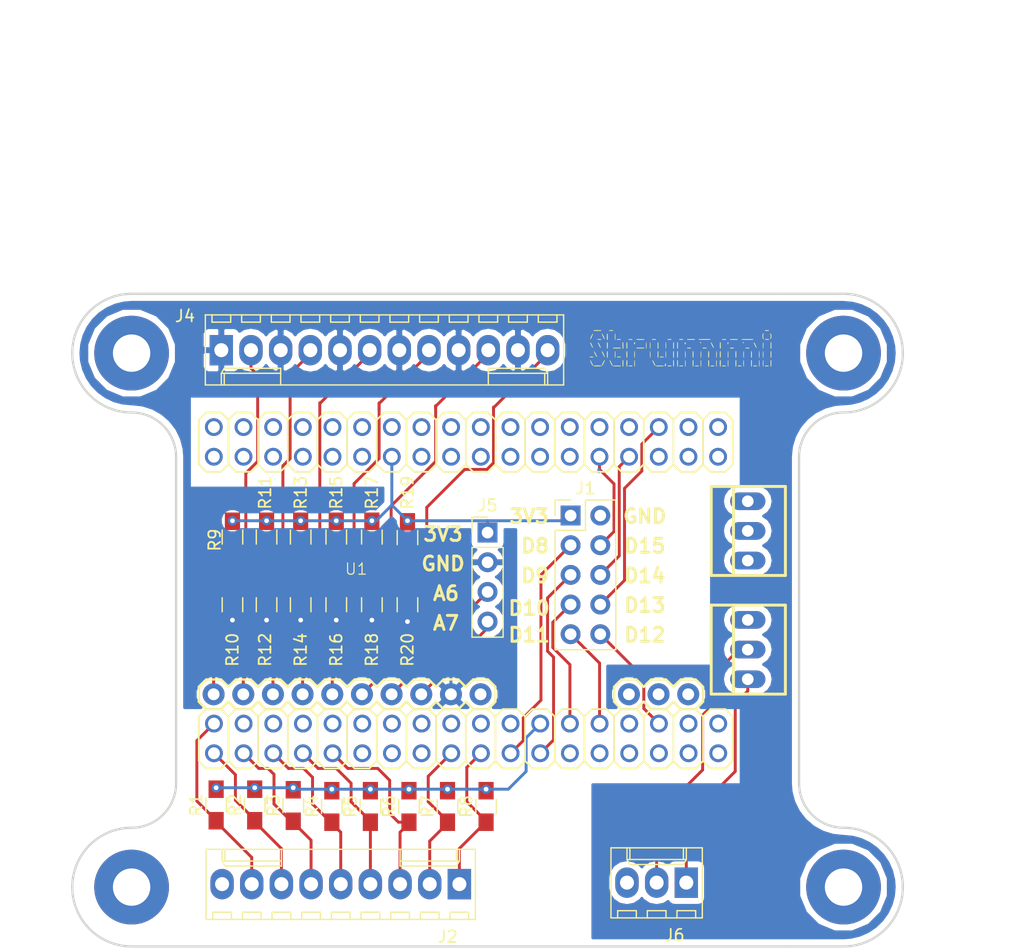
<source format=kicad_pcb>
(kicad_pcb (version 20171130) (host pcbnew "(5.0.0-3-g0214c9d)")
  (layers (0 F.Cu signal) (31 B.Cu signal) (34 B.Paste user) (35 F.Paste user) (36 B.SilkS user) (37 F.SilkS user) (38 B.Mask user) (39 F.Mask user) (44 Edge.Cuts user))
  (net 0 "")
  (net 1 +3V3)
  (net 2 /D15)
  (net 3 /D14)
  (net 4 /D13)
  (net 5 /D12)
  (net 6 /D11)
  (net 7 /D10)
  (net 8 /D9)
  (net 9 /D8)
  (net 10 /Button7)
  (net 11 /Button6)
  (net 12 /Button5)
  (net 13 /Button4)
  (net 14 /Button3)
  (net 15 /Button2)
  (net 16 /Button1)
  (net 17 /Button0)
  (net 18 "Net-(J3-Pad3)")
  (net 19 "Net-(J3-Pad2)")
  (net 20 "Net-(J3-Pad1)")
  (net 21 /Piezo5_B)
  (net 22 GNDA)
  (net 23 /Piezo4_B)
  (net 24 /Piezo3_B)
  (net 25 /Piezo2_B)
  (net 26 /Piezo1_B)
  (net 27 /Piezo0_B)
  (net 28 "Net-(U1-PadAudio_GND)")
  (net 29 /A7)
  (net 30 /A6)
  (net 31 "Net-(J6-Pad2)")
  (net 32 "Net-(J6-Pad1)")
  (module Mounting_Holes:MountingHole_3.2mm_M3_Pad (layer F.Cu) (at 106.68 91.44)
    (fp_text reference REF** hide)
    (fp_text value MountingHole_3.2mm_M3_Pad)
    (pad 1 thru_hole circle (at 0 0) (size 6.4 6.4) (drill 3.2) (layers *.Cu *.Mask))
  )
  (module Mounting_Holes:MountingHole_3.2mm_M3_Pad (layer F.Cu) (at 167.64 91.44)
    (fp_text reference REF** hide)
    (fp_text value MountingHole_3.2mm_M3_Pad)
    (pad 1 thru_hole circle (at 0 0) (size 6.4 6.4) (drill 3.2) (layers *.Cu *.Mask))
  )
  (module Mounting_Holes:MountingHole_3.2mm_M3_Pad (layer F.Cu) (at 167.64 137.16)
    (fp_text reference REF** hide)
    (fp_text value MountingHole_3.2mm_M3_Pad)
    (pad 1 thru_hole circle (at 0 0) (size 6.4 6.4) (drill 3.2) (layers *.Cu *.Mask))
  )
  (module Mounting_Holes:MountingHole_3.2mm_M3_Pad (layer F.Cu) (at 106.68 137.16)
    (fp_text reference REF** hide)
    (fp_text value MountingHole_3.2mm_M3_Pad)
    (pad 1 thru_hole circle (at 0 0) (size 6.4 6.4) (drill 3.2) (layers *.Cu *.Mask))
  )
  (module Connectors_Molex:Molex_KK-6410-09_09x2.54mm_Straight (layer F.Cu) (at 134.747 136.906 180)
    (fp_text reference J2 (at 1 -4.5 180) (layer F.SilkS))
    (fp_text value Conn_01x09_Female)
    (pad 9 thru_hole oval (at 20.32 0 180) (size 2 2.6) (drill 1.2) (layers *.Cu *.Mask) (net 22 GNDA))
    (pad 8 thru_hole oval (at 17.78 0 180) (size 2 2.6) (drill 1.2) (layers *.Cu *.Mask) (net 17 /Button0))
    (pad 7 thru_hole oval (at 15.24 0 180) (size 2 2.6) (drill 1.2) (layers *.Cu *.Mask) (net 16 /Button1))
    (pad 6 thru_hole oval (at 12.7 0 180) (size 2 2.6) (drill 1.2) (layers *.Cu *.Mask) (net 15 /Button2))
    (pad 5 thru_hole oval (at 10.16 0 180) (size 2 2.6) (drill 1.2) (layers *.Cu *.Mask) (net 14 /Button3))
    (pad 4 thru_hole oval (at 7.62 0 180) (size 2 2.6) (drill 1.2) (layers *.Cu *.Mask) (net 13 /Button4))
    (pad 3 thru_hole oval (at 5.08 0 180) (size 2 2.6) (drill 1.2) (layers *.Cu *.Mask) (net 12 /Button5))
    (pad 2 thru_hole oval (at 2.54 0 180) (size 2 2.6) (drill 1.2) (layers *.Cu *.Mask) (net 11 /Button6))
    (pad 1 thru_hole rect (at 0 0 180) (size 2 2.6) (drill 1.2) (layers *.Cu *.Mask) (net 10 /Button7))
  )
  (module Connectors_Molex:Molex_KK-6410-12_12x2.54mm_Straight (layer F.Cu) (at 114.3635 91.186)
    (fp_text reference J4 (at -3.1115 -2.921) (layer F.SilkS))
    (fp_text value Conn_01x12_Female)
    (pad 12 thru_hole oval (at 27.94 0) (size 2 2.6) (drill 1.2) (layers *.Cu *.Mask) (net 21 /Piezo5_B))
    (pad 11 thru_hole oval (at 25.4 0) (size 2 2.6) (drill 1.2) (layers *.Cu *.Mask) (net 22 GNDA))
    (pad 10 thru_hole oval (at 22.86 0) (size 2 2.6) (drill 1.2) (layers *.Cu *.Mask) (net 23 /Piezo4_B))
    (pad 9 thru_hole oval (at 20.32 0) (size 2 2.6) (drill 1.2) (layers *.Cu *.Mask) (net 22 GNDA))
    (pad 8 thru_hole oval (at 17.78 0) (size 2 2.6) (drill 1.2) (layers *.Cu *.Mask) (net 24 /Piezo3_B))
    (pad 7 thru_hole oval (at 15.24 0) (size 2 2.6) (drill 1.2) (layers *.Cu *.Mask) (net 22 GNDA))
    (pad 6 thru_hole oval (at 12.7 0) (size 2 2.6) (drill 1.2) (layers *.Cu *.Mask) (net 25 /Piezo2_B))
    (pad 5 thru_hole oval (at 10.16 0) (size 2 2.6) (drill 1.2) (layers *.Cu *.Mask) (net 22 GNDA))
    (pad 4 thru_hole oval (at 7.62 0) (size 2 2.6) (drill 1.2) (layers *.Cu *.Mask) (net 26 /Piezo1_B))
    (pad 3 thru_hole oval (at 5.08 0) (size 2 2.6) (drill 1.2) (layers *.Cu *.Mask) (net 22 GNDA))
    (pad 2 thru_hole oval (at 2.54 0) (size 2 2.6) (drill 1.2) (layers *.Cu *.Mask) (net 27 /Piezo0_B))
    (pad 1 thru_hole rect (at 0 0) (size 2 2.6) (drill 1.2) (layers *.Cu *.Mask) (net 22 GNDA))
  )
  (module Resistors_SMD:R_0805_HandSoldering (layer F.Cu) (at 113.919 130.128 90)
    (fp_text reference R1 (at 0 -1.7 90) (layer F.SilkS))
    (fp_text value R)
    (pad 2 smd rect (at 1.35 0 90) (size 1.5 1.3) (layers F.Cu F.Paste F.Mask) (net 1 +3V3))
    (pad 1 smd rect (at -1.35 0 90) (size 1.5 1.3) (layers F.Cu F.Paste F.Mask) (net 17 /Button0))
  )
  (module Resistors_SMD:R_0805_HandSoldering (layer F.Cu) (at 117.221 130.128 90)
    (fp_text reference R2 (at 0 -1.7 90) (layer F.SilkS))
    (fp_text value R)
    (pad 1 smd rect (at -1.35 0 90) (size 1.5 1.3) (layers F.Cu F.Paste F.Mask) (net 16 /Button1))
    (pad 2 smd rect (at 1.35 0 90) (size 1.5 1.3) (layers F.Cu F.Paste F.Mask) (net 1 +3V3))
  )
  (module Resistors_SMD:R_0805_HandSoldering (layer F.Cu) (at 120.523 130.175 90)
    (fp_text reference R3 (at 0 -1.7 90) (layer F.SilkS))
    (fp_text value R)
    (pad 2 smd rect (at 1.35 0 90) (size 1.5 1.3) (layers F.Cu F.Paste F.Mask) (net 1 +3V3))
    (pad 1 smd rect (at -1.35 0 90) (size 1.5 1.3) (layers F.Cu F.Paste F.Mask) (net 15 /Button2))
  )
  (module Resistors_SMD:R_0805_HandSoldering (layer F.Cu) (at 123.825 130.255 90)
    (fp_text reference R4 (at 0 -1.7 90) (layer F.SilkS))
    (fp_text value R)
    (pad 1 smd rect (at -1.35 0 90) (size 1.5 1.3) (layers F.Cu F.Paste F.Mask) (net 14 /Button3))
    (pad 2 smd rect (at 1.35 0 90) (size 1.5 1.3) (layers F.Cu F.Paste F.Mask) (net 1 +3V3))
  )
  (module Resistors_SMD:R_0805_HandSoldering (layer F.Cu) (at 127.127 130.255 90)
    (fp_text reference R5 (at 0 -1.7 90) (layer F.SilkS))
    (fp_text value R)
    (pad 2 smd rect (at 1.35 0 90) (size 1.5 1.3) (layers F.Cu F.Paste F.Mask) (net 1 +3V3))
    (pad 1 smd rect (at -1.35 0 90) (size 1.5 1.3) (layers F.Cu F.Paste F.Mask) (net 13 /Button4))
  )
  (module Resistors_SMD:R_0805_HandSoldering (layer F.Cu) (at 130.429 130.255 90)
    (fp_text reference R6 (at 0 -1.7 90) (layer F.SilkS))
    (fp_text value R)
    (pad 1 smd rect (at -1.35 0 90) (size 1.5 1.3) (layers F.Cu F.Paste F.Mask) (net 12 /Button5))
    (pad 2 smd rect (at 1.35 0 90) (size 1.5 1.3) (layers F.Cu F.Paste F.Mask) (net 1 +3V3))
  )
  (module Resistors_SMD:R_0805_HandSoldering (layer F.Cu) (at 133.731 130.255 90)
    (fp_text reference R7 (at 0 -1.7 90) (layer F.SilkS))
    (fp_text value R)
    (pad 2 smd rect (at 1.35 0 90) (size 1.5 1.3) (layers F.Cu F.Paste F.Mask) (net 1 +3V3))
    (pad 1 smd rect (at -1.35 0 90) (size 1.5 1.3) (layers F.Cu F.Paste F.Mask) (net 11 /Button6))
  )
  (module Resistors_SMD:R_0805_HandSoldering (layer F.Cu) (at 137.033 130.255 90)
    (fp_text reference R8 (at 0 -1.7 90) (layer F.SilkS))
    (fp_text value R)
    (pad 1 smd rect (at -1.35 0 90) (size 1.5 1.3) (layers F.Cu F.Paste F.Mask) (net 10 /Button7))
    (pad 2 smd rect (at 1.35 0 90) (size 1.5 1.3) (layers F.Cu F.Paste F.Mask) (net 1 +3V3))
  )
  (module Resistors_SMD:R_0805_HandSoldering (layer F.Cu) (at 115.316 107.188 90)
    (fp_text reference R9 (at -0.254 -1.524 90) (layer F.SilkS))
    (fp_text value R)
    (pad 1 smd rect (at -1.35 0 90) (size 1.5 1.3) (layers F.Cu F.Paste F.Mask) (net 27 /Piezo0_B))
    (pad 2 smd rect (at 1.35 0 90) (size 1.5 1.3) (layers F.Cu F.Paste F.Mask) (net 1 +3V3))
  )
  (module Resistors_SMD:R_0805_HandSoldering (layer F.Cu) (at 115.316 112.983 270)
    (fp_text reference R10 (at 3.857 0 270) (layer F.SilkS))
    (fp_text value R)
    (pad 1 smd rect (at -1.35 0 270) (size 1.5 1.3) (layers F.Cu F.Paste F.Mask) (net 27 /Piezo0_B))
    (pad 2 smd rect (at 1.35 0 270) (size 1.5 1.3) (layers F.Cu F.Paste F.Mask) (net 22 GNDA))
  )
  (module Resistors_SMD:R_0805_HandSoldering (layer F.Cu) (at 118.237 107.188 90)
    (fp_text reference R11 (at 3.81 -0.127 90) (layer F.SilkS))
    (fp_text value R)
    (pad 2 smd rect (at 1.35 0 90) (size 1.5 1.3) (layers F.Cu F.Paste F.Mask) (net 1 +3V3))
    (pad 1 smd rect (at -1.35 0 90) (size 1.5 1.3) (layers F.Cu F.Paste F.Mask) (net 26 /Piezo1_B))
  )
  (module Resistors_SMD:R_0805_HandSoldering (layer F.Cu) (at 118.237 112.983 270)
    (fp_text reference R12 (at 3.857 0.127 270) (layer F.SilkS))
    (fp_text value R)
    (pad 1 smd rect (at -1.35 0 270) (size 1.5 1.3) (layers F.Cu F.Paste F.Mask) (net 26 /Piezo1_B))
    (pad 2 smd rect (at 1.35 0 270) (size 1.5 1.3) (layers F.Cu F.Paste F.Mask) (net 22 GNDA))
  )
  (module Resistors_SMD:R_0805_HandSoldering (layer F.Cu) (at 121.158 107.188 90)
    (fp_text reference R13 (at 3.81 0 90) (layer F.SilkS))
    (fp_text value R)
    (pad 1 smd rect (at -1.35 0 90) (size 1.5 1.3) (layers F.Cu F.Paste F.Mask) (net 25 /Piezo2_B))
    (pad 2 smd rect (at 1.35 0 90) (size 1.5 1.3) (layers F.Cu F.Paste F.Mask) (net 1 +3V3))
  )
  (module Resistors_SMD:R_0805_HandSoldering (layer F.Cu) (at 121.158 112.983 270)
    (fp_text reference R14 (at 3.857 0 270) (layer F.SilkS))
    (fp_text value R)
    (pad 2 smd rect (at 1.35 0 270) (size 1.5 1.3) (layers F.Cu F.Paste F.Mask) (net 22 GNDA))
    (pad 1 smd rect (at -1.35 0 270) (size 1.5 1.3) (layers F.Cu F.Paste F.Mask) (net 25 /Piezo2_B))
  )
  (module Resistors_SMD:R_0805_HandSoldering (layer F.Cu) (at 124.206 107.188 90)
    (fp_text reference R15 (at 3.81 0 90) (layer F.SilkS))
    (fp_text value R)
    (pad 2 smd rect (at 1.35 0 90) (size 1.5 1.3) (layers F.Cu F.Paste F.Mask) (net 1 +3V3))
    (pad 1 smd rect (at -1.35 0 90) (size 1.5 1.3) (layers F.Cu F.Paste F.Mask) (net 24 /Piezo3_B))
  )
  (module Resistors_SMD:R_0805_HandSoldering (layer F.Cu) (at 124.206 112.983 270)
    (fp_text reference R16 (at 3.857 0 270) (layer F.SilkS))
    (fp_text value R)
    (pad 1 smd rect (at -1.35 0 270) (size 1.5 1.3) (layers F.Cu F.Paste F.Mask) (net 24 /Piezo3_B))
    (pad 2 smd rect (at 1.35 0 270) (size 1.5 1.3) (layers F.Cu F.Paste F.Mask) (net 22 GNDA))
  )
  (module Resistors_SMD:R_0805_HandSoldering (layer F.Cu) (at 127.254 107.188 90)
    (fp_text reference R17 (at 3.81 0 90) (layer F.SilkS))
    (fp_text value R)
    (pad 1 smd rect (at -1.35 0 90) (size 1.5 1.3) (layers F.Cu F.Paste F.Mask) (net 23 /Piezo4_B))
    (pad 2 smd rect (at 1.35 0 90) (size 1.5 1.3) (layers F.Cu F.Paste F.Mask) (net 1 +3V3))
  )
  (module Resistors_SMD:R_0805_HandSoldering (layer F.Cu) (at 127.254 112.983 270)
    (fp_text reference R18 (at 3.857 0 270) (layer F.SilkS))
    (fp_text value R)
    (pad 2 smd rect (at 1.35 0 270) (size 1.5 1.3) (layers F.Cu F.Paste F.Mask) (net 22 GNDA))
    (pad 1 smd rect (at -1.35 0 270) (size 1.5 1.3) (layers F.Cu F.Paste F.Mask) (net 23 /Piezo4_B))
  )
  (module Resistors_SMD:R_0805_HandSoldering (layer F.Cu) (at 130.302 107.235 90)
    (fp_text reference R19 (at 3.857 0 90) (layer F.SilkS))
    (fp_text value R)
    (pad 2 smd rect (at 1.35 0 90) (size 1.5 1.3) (layers F.Cu F.Paste F.Mask) (net 1 +3V3))
    (pad 1 smd rect (at -1.35 0 90) (size 1.5 1.3) (layers F.Cu F.Paste F.Mask) (net 21 /Piezo5_B))
  )
  (module Resistors_SMD:R_0805_HandSoldering (layer F.Cu) (at 130.302 112.983 270)
    (fp_text reference R20 (at 3.857 0 90) (layer F.SilkS))
    (fp_text value R)
    (pad 1 smd rect (at -1.35 0 270) (size 1.5 1.3) (layers F.Cu F.Paste F.Mask) (net 21 /Piezo5_B))
    (pad 2 smd rect (at 1.35 0 270) (size 1.5 1.3) (layers F.Cu F.Paste F.Mask) (net 22 GNDA))
  )
  (module BelaMini:BelaMini_headers_reverse (layer F.Cu) (at 135.293101 111.76)
    (fp_text reference U1 (at -10.414 -1.27 180) (layer F.SilkS) (effects (font (size 0.9652 0.9652) (thickness 0.09652)) (justify left bottom)))
    (fp_text value BelaMini_headers)
    (pad Audio_GND thru_hole oval (at 24.147923 2.522076 180) (size 3.016 1.508) (drill 1) (layers *.Cu *.Mask) (net 28 "Net-(U1-PadAudio_GND)"))
    (pad Audio_Out_L thru_hole oval (at 24.147923 5.062076 180) (size 3.016 1.508) (drill 1) (layers *.Cu *.Mask) (net 31 "Net-(J6-Pad2)"))
    (pad Audio_Out_R thru_hole oval (at 24.147923 7.602076 180) (size 3.016 1.508) (drill 1) (layers *.Cu *.Mask) (net 32 "Net-(J6-Pad1)"))
    (pad Audio_GND thru_hole oval (at 24.147923 -7.637924 180) (size 3.016 1.508) (drill 1) (layers *.Cu *.Mask) (net 28 "Net-(U1-PadAudio_GND)"))
    (pad Audio_In_L thru_hole oval (at 24.147923 -5.097924 180) (size 3.016 1.508) (drill 1) (layers *.Cu *.Mask))
    (pad Audio_In_R thru_hole oval (at 24.147923 -2.557924 180) (size 3.016 1.508) (drill 1) (layers *.Cu *.Mask))
    (pad Line_GND thru_hole circle (at 19.05 8.89 90) (size 1.8796 1.8796) (drill 1.016) (layers *.Cu *.Mask) (net 20 "Net-(J3-Pad1)"))
    (pad Line_L thru_hole circle (at 16.51 8.89 90) (size 1.8796 1.8796) (drill 1.016) (layers *.Cu *.Mask) (net 19 "Net-(J3-Pad2)"))
    (pad Line_R thru_hole circle (at 13.97 8.89 90) (size 1.8796 1.8796) (drill 1.016) (layers *.Cu *.Mask) (net 18 "Net-(J3-Pad3)"))
    (pad P1_16 thru_hole circle (at -3.791403 -11.448597) (size 1.524 1.524) (drill 1.016) (layers *.Cu *.Mask))
    (pad P1_15 thru_hole circle (at -3.791403 -13.988597) (size 1.524 1.524) (drill 1.016) (layers *.Cu *.Mask))
    (pad P1_10 thru_hole circle (at -11.411403 -11.448597) (size 1.524 1.524) (drill 1.016) (layers *.Cu *.Mask))
    (pad P1_09 thru_hole circle (at -11.411403 -13.988597) (size 1.524 1.524) (drill 1.016) (layers *.Cu *.Mask))
    (pad P1_05 thru_hole circle (at -16.491403 -13.988597) (size 1.524 1.524) (drill 1.016) (layers *.Cu *.Mask))
    (pad P1_04 thru_hole circle (at -19.031403 -11.448597) (size 1.524 1.524) (drill 1.016) (layers *.Cu *.Mask))
    (pad P1_08 thru_hole circle (at -13.951403 -11.448597) (size 1.524 1.524) (drill 1.016) (layers *.Cu *.Mask))
    (pad P1_07 thru_hole circle (at -13.951403 -13.988597) (size 1.524 1.524) (drill 1.016) (layers *.Cu *.Mask))
    (pad P1_06 thru_hole circle (at -16.491403 -11.448597) (size 1.524 1.524) (drill 1.016) (layers *.Cu *.Mask))
    (pad P1_03 thru_hole circle (at -19.031403 -13.988597) (size 1.524 1.524) (drill 1.016) (layers *.Cu *.Mask))
    (pad P1_02 thru_hole circle (at -21.571403 -11.448597) (size 1.524 1.524) (drill 1.016) (layers *.Cu *.Mask))
    (pad P1_01 thru_hole circle (at -21.571403 -13.988597) (size 1.524 1.524) (drill 1.016) (layers *.Cu *.Mask))
    (pad P1_19 thru_hole circle (at 1.288597 -13.988597) (size 1.524 1.524) (drill 1.016) (layers *.Cu *.Mask))
    (pad P1_18 thru_hole circle (at -1.251403 -11.448597) (size 1.524 1.524) (drill 1.016) (layers *.Cu *.Mask))
    (pad P1_17 thru_hole circle (at -1.251403 -13.988597) (size 1.524 1.524) (drill 1.016) (layers *.Cu *.Mask))
    (pad P1_22 thru_hole circle (at 3.828597 -11.448597) (size 1.524 1.524) (drill 1.016) (layers *.Cu *.Mask))
    (pad P1_21 thru_hole circle (at 3.828597 -13.988597) (size 1.524 1.524) (drill 1.016) (layers *.Cu *.Mask))
    (pad P1_20 thru_hole circle (at 1.288597 -11.448597) (size 1.524 1.524) (drill 1.016) (layers *.Cu *.Mask))
    (pad P1_36 thru_hole circle (at 21.608597 -11.448597) (size 1.524 1.524) (drill 1.016) (layers *.Cu *.Mask))
    (pad P1_35 thru_hole circle (at 21.608597 -13.988597) (size 1.524 1.524) (drill 1.016) (layers *.Cu *.Mask))
    (pad P1_34 thru_hole circle (at 19.068597 -11.448597) (size 1.524 1.524) (drill 1.016) (layers *.Cu *.Mask))
    (pad P1_26 thru_hole circle (at 8.908597 -11.448597) (size 1.524 1.524) (drill 1.016) (layers *.Cu *.Mask))
    (pad P1_25 thru_hole circle (at 8.908597 -13.988597) (size 1.524 1.524) (drill 1.016) (layers *.Cu *.Mask))
    (pad P1_24 thru_hole circle (at 6.368597 -11.448597) (size 1.524 1.524) (drill 1.016) (layers *.Cu *.Mask))
    (pad P1_23 thru_hole circle (at 6.368597 -13.988597) (size 1.524 1.524) (drill 1.016) (layers *.Cu *.Mask))
    (pad P1_29 thru_hole circle (at 13.988597 -13.988597) (size 1.524 1.524) (drill 1.016) (layers *.Cu *.Mask))
    (pad P1_28 thru_hole circle (at 11.448597 -11.448597) (size 1.524 1.524) (drill 1.016) (layers *.Cu *.Mask) (net 2 /D15))
    (pad P1_27 thru_hole circle (at 11.448597 -13.988597) (size 1.524 1.524) (drill 1.016) (layers *.Cu *.Mask))
    (pad P1_14 thru_hole circle (at -6.331403 -11.448597) (size 1.524 1.524) (drill 1.016) (layers *.Cu *.Mask) (net 1 +3V3))
    (pad P1_13 thru_hole circle (at -6.331403 -13.988597) (size 1.524 1.524) (drill 1.016) (layers *.Cu *.Mask))
    (pad P1_12 thru_hole circle (at -8.871403 -11.448597) (size 1.524 1.524) (drill 1.016) (layers *.Cu *.Mask))
    (pad P1_11 thru_hole circle (at -8.871403 -13.988597) (size 1.524 1.524) (drill 1.016) (layers *.Cu *.Mask))
    (pad P1_33 thru_hole circle (at 19.068597 -13.988597) (size 1.524 1.524) (drill 1.016) (layers *.Cu *.Mask))
    (pad P1_32 thru_hole circle (at 16.528597 -11.448597) (size 1.524 1.524) (drill 1.016) (layers *.Cu *.Mask))
    (pad P1_31 thru_hole circle (at 16.528597 -13.988597) (size 1.524 1.524) (drill 1.016) (layers *.Cu *.Mask) (net 4 /D13))
    (pad P1_30 thru_hole circle (at 13.988597 -11.448597) (size 1.524 1.524) (drill 1.016) (layers *.Cu *.Mask) (net 3 /D14))
    (pad A_REF thru_hole circle (at 1.27 8.89 90) (size 1.8796 1.8796) (drill 1.016) (layers *.Cu *.Mask))
    (pad A_GND thru_hole circle (at -1.27 8.89 90) (size 1.8796 1.8796) (drill 1.016) (layers *.Cu *.Mask) (net 22 GNDA))
    (pad A7 thru_hole circle (at -3.81 8.89 90) (size 1.8796 1.8796) (drill 1.016) (layers *.Cu *.Mask) (net 29 /A7))
    (pad A6 thru_hole circle (at -6.35 8.89 90) (size 1.8796 1.8796) (drill 1.016) (layers *.Cu *.Mask) (net 30 /A6))
    (pad A5 thru_hole circle (at -8.89 8.89 90) (size 1.8796 1.8796) (drill 1.016) (layers *.Cu *.Mask) (net 21 /Piezo5_B))
    (pad A4 thru_hole circle (at -11.43 8.89 90) (size 1.8796 1.8796) (drill 1.016) (layers *.Cu *.Mask) (net 23 /Piezo4_B))
    (pad A3 thru_hole circle (at -13.97 8.89 90) (size 1.8796 1.8796) (drill 1.016) (layers *.Cu *.Mask) (net 24 /Piezo3_B))
    (pad A2 thru_hole circle (at -16.51 8.89 90) (size 1.8796 1.8796) (drill 1.016) (layers *.Cu *.Mask) (net 25 /Piezo2_B))
    (pad A1 thru_hole circle (at -19.05 8.89 90) (size 1.8796 1.8796) (drill 1.016) (layers *.Cu *.Mask) (net 26 /Piezo1_B))
    (pad A0 thru_hole circle (at -21.59 8.89 90) (size 1.8796 1.8796) (drill 1.016) (layers *.Cu *.Mask) (net 27 /Piezo0_B))
    (pad P2_36 thru_hole circle (at 21.619178 13.940823) (size 1.524 1.524) (drill 1.016) (layers *.Cu *.Mask))
    (pad P2_35 thru_hole circle (at 21.619178 11.400823) (size 1.524 1.524) (drill 1.016) (layers *.Cu *.Mask))
    (pad P2_34 thru_hole circle (at 19.079178 13.940823) (size 1.524 1.524) (drill 1.016) (layers *.Cu *.Mask))
    (pad P2_33 thru_hole circle (at 19.079178 11.400823) (size 1.524 1.524) (drill 1.016) (layers *.Cu *.Mask))
    (pad P2_32 thru_hole circle (at 16.539178 13.940823) (size 1.524 1.524) (drill 1.016) (layers *.Cu *.Mask))
    (pad P2_31 thru_hole circle (at 16.539178 11.400823) (size 1.524 1.524) (drill 1.016) (layers *.Cu *.Mask) (net 5 /D12))
    (pad P2_30 thru_hole circle (at 13.999178 13.940823) (size 1.524 1.524) (drill 1.016) (layers *.Cu *.Mask))
    (pad P2_29 thru_hole circle (at 13.999178 11.400823) (size 1.524 1.524) (drill 1.016) (layers *.Cu *.Mask))
    (pad P2_28 thru_hole circle (at 11.459178 13.940823) (size 1.524 1.524) (drill 1.016) (layers *.Cu *.Mask))
    (pad P2_27 thru_hole circle (at 11.459178 11.400823) (size 1.524 1.524) (drill 1.016) (layers *.Cu *.Mask) (net 6 /D11))
    (pad P2_26 thru_hole circle (at 8.919178 13.940823) (size 1.524 1.524) (drill 1.016) (layers *.Cu *.Mask))
    (pad P2_25 thru_hole circle (at 8.919178 11.400823) (size 1.524 1.524) (drill 1.016) (layers *.Cu *.Mask) (net 7 /D10))
    (pad P2_24 thru_hole circle (at 6.379178 13.940823) (size 1.524 1.524) (drill 1.016) (layers *.Cu *.Mask) (net 8 /D9))
    (pad P2_23 thru_hole circle (at 6.379178 11.400823) (size 1.524 1.524) (drill 1.016) (layers *.Cu *.Mask) (net 1 +3V3))
    (pad P2_22 thru_hole circle (at 3.839178 13.940823) (size 1.524 1.524) (drill 1.016) (layers *.Cu *.Mask) (net 9 /D8))
    (pad P2_21 thru_hole circle (at 3.839178 11.400823) (size 1.524 1.524) (drill 1.016) (layers *.Cu *.Mask))
    (pad P2_20 thru_hole circle (at 1.299178 13.940823) (size 1.524 1.524) (drill 1.016) (layers *.Cu *.Mask) (net 10 /Button7))
    (pad P2_19 thru_hole circle (at 1.299178 11.400823) (size 1.524 1.524) (drill 1.016) (layers *.Cu *.Mask))
    (pad P2_18 thru_hole circle (at -1.240822 13.940823) (size 1.524 1.524) (drill 1.016) (layers *.Cu *.Mask) (net 11 /Button6))
    (pad P2_17 thru_hole circle (at -1.240822 11.400823) (size 1.524 1.524) (drill 1.016) (layers *.Cu *.Mask))
    (pad P2_16 thru_hole circle (at -3.780822 13.940823) (size 1.524 1.524) (drill 1.016) (layers *.Cu *.Mask))
    (pad P2_15 thru_hole circle (at -3.780822 11.400823) (size 1.524 1.524) (drill 1.016) (layers *.Cu *.Mask))
    (pad P2_14 thru_hole circle (at -6.320822 13.940823) (size 1.524 1.524) (drill 1.016) (layers *.Cu *.Mask))
    (pad P2_13 thru_hole circle (at -6.320822 11.400823) (size 1.524 1.524) (drill 1.016) (layers *.Cu *.Mask))
    (pad P2_12 thru_hole circle (at -8.860822 13.940823) (size 1.524 1.524) (drill 1.016) (layers *.Cu *.Mask))
    (pad P2_11 thru_hole circle (at -8.860822 11.400823) (size 1.524 1.524) (drill 1.016) (layers *.Cu *.Mask))
    (pad P2_10 thru_hole circle (at -11.400822 13.940823) (size 1.524 1.524) (drill 1.016) (layers *.Cu *.Mask) (net 12 /Button5))
    (pad P2_09 thru_hole circle (at -11.400822 11.400823) (size 1.524 1.524) (drill 1.016) (layers *.Cu *.Mask))
    (pad P2_08 thru_hole circle (at -13.940822 13.940823) (size 1.524 1.524) (drill 1.016) (layers *.Cu *.Mask) (net 13 /Button4))
    (pad P2_07 thru_hole circle (at -13.940822 11.400823) (size 1.524 1.524) (drill 1.016) (layers *.Cu *.Mask))
    (pad P2_06 thru_hole circle (at -16.480822 13.940823) (size 1.524 1.524) (drill 1.016) (layers *.Cu *.Mask) (net 14 /Button3))
    (pad P2_05 thru_hole circle (at -16.480822 11.400823) (size 1.524 1.524) (drill 1.016) (layers *.Cu *.Mask))
    (pad P2_04 thru_hole circle (at -19.020822 13.940823) (size 1.524 1.524) (drill 1.016) (layers *.Cu *.Mask) (net 15 /Button2))
    (pad P2_03 thru_hole circle (at -19.020822 11.400823) (size 1.524 1.524) (drill 1.016) (layers *.Cu *.Mask))
    (pad P2_02 thru_hole circle (at -21.560822 13.940823) (size 1.524 1.524) (drill 1.016) (layers *.Cu *.Mask) (net 16 /Button1))
    (pad P2_01 thru_hole circle (at -21.560822 11.400823) (size 1.524 1.524) (drill 1.016) (layers *.Cu *.Mask) (net 17 /Button0))
  )
  (module Pin_Headers:Pin_Header_Straight_2x05_Pitch2.54mm (layer F.Cu) (at 144.272 105.3465)
    (fp_text reference J1 (at 1.27 -2.33) (layer F.SilkS))
    (fp_text value Conn_01x10_Female)
    (pad 10 thru_hole oval (at 2.54 10.16) (size 1.7 1.7) (drill 1) (layers *.Cu *.Mask) (net 5 /D12))
    (pad 9 thru_hole oval (at 0 10.16) (size 1.7 1.7) (drill 1) (layers *.Cu *.Mask) (net 6 /D11))
    (pad 8 thru_hole oval (at 2.54 7.62) (size 1.7 1.7) (drill 1) (layers *.Cu *.Mask) (net 4 /D13))
    (pad 7 thru_hole oval (at 0 7.62) (size 1.7 1.7) (drill 1) (layers *.Cu *.Mask) (net 7 /D10))
    (pad 6 thru_hole oval (at 2.54 5.08) (size 1.7 1.7) (drill 1) (layers *.Cu *.Mask) (net 3 /D14))
    (pad 5 thru_hole oval (at 0 5.08) (size 1.7 1.7) (drill 1) (layers *.Cu *.Mask) (net 8 /D9))
    (pad 4 thru_hole oval (at 2.54 2.54) (size 1.7 1.7) (drill 1) (layers *.Cu *.Mask) (net 2 /D15))
    (pad 3 thru_hole oval (at 0 2.54) (size 1.7 1.7) (drill 1) (layers *.Cu *.Mask) (net 9 /D8))
    (pad 2 thru_hole oval (at 2.54 0) (size 1.7 1.7) (drill 1) (layers *.Cu *.Mask) (net 22 GNDA))
    (pad 1 thru_hole rect (at 0 0) (size 1.7 1.7) (drill 1) (layers *.Cu *.Mask) (net 1 +3V3))
  )
  (module Pin_Headers:Pin_Header_Straight_1x04_Pitch2.54mm (layer F.Cu) (at 137.16 106.807)
    (fp_text reference J5 (at 0 -2.33) (layer F.SilkS))
    (fp_text value Conn_01x04_Female)
    (pad 4 thru_hole oval (at 0 7.62) (size 1.7 1.7) (drill 1) (layers *.Cu *.Mask) (net 29 /A7))
    (pad 3 thru_hole oval (at 0 5.08) (size 1.7 1.7) (drill 1) (layers *.Cu *.Mask) (net 30 /A6))
    (pad 2 thru_hole oval (at 0 2.54) (size 1.7 1.7) (drill 1) (layers *.Cu *.Mask) (net 22 GNDA))
    (pad 1 thru_hole rect (at 0 0) (size 1.7 1.7) (drill 1) (layers *.Cu *.Mask) (net 1 +3V3))
  )
  (module Connectors_Molex:Molex_KK-6410-03_03x2.54mm_Straight (layer F.Cu) (at 154.178 136.779 180)
    (fp_text reference J6 (at 1 -4.5 180) (layer F.SilkS))
    (fp_text value Conn_01x03_Female)
    (pad 3 thru_hole oval (at 5.08 0 180) (size 2 2.6) (drill 1.2) (layers *.Cu *.Mask))
    (pad 2 thru_hole oval (at 2.54 0 180) (size 2 2.6) (drill 1.2) (layers *.Cu *.Mask) (net 31 "Net-(J6-Pad2)"))
    (pad 1 thru_hole rect (at 0 0 180) (size 2 2.6) (drill 1.2) (layers *.Cu *.Mask) (net 32 "Net-(J6-Pad1)"))
  )
  (module BelaMini:StrummiLogo (layer F.Cu) (at 153.924 91.313)
    (fp_text reference G*** hide)
    (fp_text value LOGO hide)
  )
  (gr_line (start 163.83 100.33) (end 163.83 128.27) (layer Edge.Cuts) (width 0.2))
  (gr_arc (start 167.64 137.16) (end 167.64 132.08) (angle 90) (layer Edge.Cuts) (width 0.2))
  (gr_arc (start 167.64 128.27) (end 167.64 132.08) (angle 90) (layer Edge.Cuts) (width 0.2))
  (gr_text 3V3 (at 140.716 105.41) (layer F.SilkS) (effects (font (size 1.2 1.2) (thickness 0.25))))
  (gr_text 3V3 (at 133.35 106.934) (layer F.SilkS) (effects (font (size 1.2 1.2) (thickness 0.25))))
  (gr_text "GND\n" (at 150.622 105.41) (layer F.SilkS) (effects (font (size 1.2 1.2) (thickness 0.25))))
  (gr_text "GND\n" (at 133.35 109.474) (layer F.SilkS) (effects (font (size 1.2 1.2) (thickness 0.25))))
  (gr_text D13 (at 150.622 113.03) (layer F.SilkS) (effects (font (size 1.2 1.2) (thickness 0.25))))
  (gr_text D14 (at 150.622 110.49) (layer F.SilkS) (effects (font (size 1.2 1.2) (thickness 0.25))))
  (gr_text D15 (at 150.622 107.95) (layer F.SilkS) (effects (font (size 1.2 1.2) (thickness 0.25))))
  (gr_text D12 (at 150.622 115.57) (layer F.SilkS) (effects (font (size 1.2 1.2) (thickness 0.25))))
  (gr_text D11 (at 140.716 115.57) (layer F.SilkS) (effects (font (size 1.2 1.2) (thickness 0.25))))
  (gr_text D10 (at 140.716 113.284) (layer F.SilkS) (effects (font (size 1.2 1.2) (thickness 0.25))))
  (gr_text A7 (at 133.604 114.554) (layer F.SilkS) (effects (font (size 1.2 1.2) (thickness 0.25))))
  (gr_text A6 (at 133.604 112.014) (layer F.SilkS) (effects (font (size 1.2 1.2) (thickness 0.25))))
  (gr_text D8 (at 141.224 107.95) (layer F.SilkS) (effects (font (size 1.2 1.2) (thickness 0.25))))
  (gr_text D9 (at 141.224 110.49) (layer F.SilkS) (effects (font (size 1.2 1.2) (thickness 0.25))))
  (gr_line (start 167.64 86.36) (end 162.56 86.36) (layer Edge.Cuts) (width 0.2))
  (gr_line (start 162.56 142.24) (end 167.64 142.24) (layer Edge.Cuts) (width 0.2))
  (gr_arc (start 167.64 100.33) (end 167.64 96.52) (angle -90) (layer Edge.Cuts) (width 0.2))
  (gr_line (start 110.49 100.33) (end 110.49 128.27) (layer Edge.Cuts) (width 0.2))
  (gr_arc (start 106.68 128.27) (end 106.68 132.08) (angle -90) (layer Edge.Cuts) (width 0.2))
  (gr_arc (start 106.68 100.33) (end 110.49 100.33) (angle -90) (layer Edge.Cuts) (width 0.2))
  (gr_arc (start 167.64 91.44) (end 167.64 96.52) (angle -90) (layer Edge.Cuts) (width 0.2))
  (gr_arc (start 106.68 137.16) (end 106.68 132.08) (angle -90) (layer Edge.Cuts) (width 0.2))
  (gr_arc (start 106.68 91.44) (end 101.6 91.44) (angle -90) (layer Edge.Cuts) (width 0.2))
  (gr_line (start 106.68 142.24) (end 162.56 142.24) (layer Edge.Cuts) (width 0.2))
  (gr_line (start 106.68 86.36) (end 162.56 86.36) (layer Edge.Cuts) (width 0.2))
  (gr_arc (start 167.64 137.16) (end 167.64 142.24) (angle -90) (layer Edge.Cuts) (width 0.2))
  (gr_arc (start 106.68 137.16) (end 101.6 137.16) (angle -90) (layer Edge.Cuts) (width 0.2))
  (gr_arc (start 106.68 91.44) (end 106.68 86.36) (angle -90) (layer Edge.Cuts) (width 0.2))
  (gr_arc (start 167.64 91.44) (end 172.72 91.44) (angle -90) (layer Edge.Cuts) (width 0.2))
  (segment (start 146.685 101.6) (end 146.685 101.398404) (width 0.25) (layer B.Cu) (net 0))
  (via (at 133.731 128.778) (size 0.8) (drill 0.4) (layers F.Cu B.Cu) (net 1))
  (via (at 137.033 128.778) (size 0.8) (drill 0.4) (layers F.Cu B.Cu) (net 1))
  (via (at 130.429 128.778) (size 0.8) (drill 0.4) (layers F.Cu B.Cu) (net 1))
  (via (at 127.127 128.778) (size 0.8) (drill 0.4) (layers F.Cu B.Cu) (net 1))
  (via (at 123.825 128.778) (size 0.8) (drill 0.4) (layers F.Cu B.Cu) (net 1))
  (via (at 120.523 128.651) (size 0.8) (drill 0.4) (layers F.Cu B.Cu) (net 1))
  (via (at 117.221 128.651) (size 0.8) (drill 0.4) (layers F.Cu B.Cu) (net 1))
  (via (at 113.919 128.651) (size 0.8) (drill 0.4) (layers F.Cu B.Cu) (net 1))
  (via (at 115.316 105.791) (size 0.8) (drill 0.4) (layers F.Cu B.Cu) (net 1))
  (via (at 118.237 105.791) (size 0.8) (drill 0.4) (layers F.Cu B.Cu) (net 1))
  (via (at 121.158 105.791) (size 0.8) (drill 0.4) (layers F.Cu B.Cu) (net 1))
  (via (at 124.206 105.791) (size 0.8) (drill 0.4) (layers F.Cu B.Cu) (net 1))
  (via (at 127.254 105.791) (size 0.8) (drill 0.4) (layers F.Cu B.Cu) (net 1))
  (via (at 130.302 105.791) (size 0.8) (drill 0.4) (layers F.Cu B.Cu) (net 1))
  (segment (start 128.961698 104.450698) (end 130.302 105.791) (width 0.25) (layer B.Cu) (net 1))
  (segment (start 128.961698 100.311403) (end 128.961698 104.450698) (width 0.25) (layer B.Cu) (net 1))
  (segment (start 127.621396 105.791) (end 128.961698 104.450698) (width 0.25) (layer B.Cu) (net 1))
  (segment (start 115.316 105.791) (end 127.621396 105.791) (width 0.25) (layer B.Cu) (net 1))
  (segment (start 133.731 128.778) (end 130.429 128.778) (width 0.25) (layer B.Cu) (net 1))
  (segment (start 130.429 128.778) (end 127.127 128.778) (width 0.25) (layer B.Cu) (net 1))
  (segment (start 126.561315 128.778) (end 123.825 128.778) (width 0.25) (layer B.Cu) (net 1))
  (segment (start 127.127 128.778) (end 126.561315 128.778) (width 0.25) (layer B.Cu) (net 1))
  (segment (start 120.65 128.778) (end 120.523 128.651) (width 0.25) (layer B.Cu) (net 1))
  (segment (start 123.825 128.778) (end 120.65 128.778) (width 0.25) (layer B.Cu) (net 1))
  (segment (start 119.957315 128.651) (end 117.221 128.651) (width 0.25) (layer B.Cu) (net 1))
  (segment (start 120.523 128.651) (end 119.957315 128.651) (width 0.25) (layer B.Cu) (net 1))
  (segment (start 116.655315 128.651) (end 113.919 128.651) (width 0.25) (layer B.Cu) (net 1))
  (segment (start 117.221 128.651) (end 116.655315 128.651) (width 0.25) (layer B.Cu) (net 1))
  (segment (start 136.398 128.778) (end 133.731 128.778) (width 0.25) (layer B.Cu) (net 1))
  (segment (start 137.033 128.778) (end 136.398 128.778) (width 0.25) (layer B.Cu) (net 1))
  (segment (start 140.462 127.254) (end 140.462 124.371102) (width 0.25) (layer B.Cu) (net 1))
  (segment (start 140.462 124.371102) (end 141.672279 123.160823) (width 0.25) (layer B.Cu) (net 1))
  (segment (start 138.938 128.778) (end 140.462 127.254) (width 0.25) (layer B.Cu) (net 1))
  (segment (start 136.398 128.778) (end 138.938 128.778) (width 0.25) (layer B.Cu) (net 1))
  (segment (start 143.8275 105.791) (end 144.272 105.3465) (width 0.25) (layer B.Cu) (net 1))
  (segment (start 139.192 105.791) (end 143.8275 105.791) (width 0.25) (layer B.Cu) (net 1))
  (segment (start 137.16 106.807) (end 137.16 105.791) (width 0.25) (layer B.Cu) (net 1))
  (segment (start 137.16 105.791) (end 139.192 105.791) (width 0.25) (layer B.Cu) (net 1))
  (segment (start 130.302 105.791) (end 137.16 105.791) (width 0.25) (layer B.Cu) (net 1))
  (segment (start 147.661999 107.036501) (end 146.812 107.8865) (width 0.25) (layer F.Cu) (net 2))
  (segment (start 147.987001 106.711499) (end 147.661999 107.036501) (width 0.25) (layer F.Cu) (net 2))
  (segment (start 147.987001 102.634336) (end 147.987001 106.711499) (width 0.25) (layer F.Cu) (net 2))
  (segment (start 146.741698 101.389033) (end 147.987001 102.634336) (width 0.25) (layer F.Cu) (net 2))
  (segment (start 146.741698 100.311403) (end 146.741698 101.389033) (width 0.25) (layer F.Cu) (net 2))
  (segment (start 147.661999 109.576501) (end 146.812 110.4265) (width 0.25) (layer F.Cu) (net 3))
  (segment (start 148.437011 108.801489) (end 147.661999 109.576501) (width 0.25) (layer F.Cu) (net 3))
  (segment (start 148.437011 101.15609) (end 148.437011 108.801489) (width 0.25) (layer F.Cu) (net 3))
  (segment (start 149.281698 100.311403) (end 148.437011 101.15609) (width 0.25) (layer F.Cu) (net 3))
  (segment (start 150.368699 99.224402) (end 150.368699 101.535801) (width 0.25) (layer F.Cu) (net 4))
  (segment (start 151.821698 97.771403) (end 150.368699 99.224402) (width 0.25) (layer F.Cu) (net 4))
  (segment (start 148.887021 110.891479) (end 147.661999 112.116501) (width 0.25) (layer F.Cu) (net 4))
  (segment (start 147.661999 112.116501) (end 146.812 112.9665) (width 0.25) (layer F.Cu) (net 4))
  (segment (start 148.887021 103.017479) (end 148.887021 110.891479) (width 0.25) (layer F.Cu) (net 4))
  (segment (start 150.368699 101.535801) (end 148.887021 103.017479) (width 0.25) (layer F.Cu) (net 4))
  (segment (start 150.5383 119.2328) (end 146.812 115.5065) (width 0.25) (layer F.Cu) (net 5))
  (segment (start 150.5383 121.866844) (end 150.5383 119.2328) (width 0.25) (layer F.Cu) (net 5))
  (segment (start 151.832279 123.160823) (end 150.5383 121.866844) (width 0.25) (layer F.Cu) (net 5))
  (segment (start 146.752279 117.986779) (end 144.272 115.5065) (width 0.25) (layer F.Cu) (net 6))
  (segment (start 146.752279 123.160823) (end 146.752279 117.986779) (width 0.25) (layer F.Cu) (net 6))
  (segment (start 142.748 116.6495) (end 142.748 114.4905) (width 0.25) (layer F.Cu) (net 7))
  (segment (start 144.212279 118.113779) (end 142.748 116.6495) (width 0.25) (layer F.Cu) (net 7))
  (segment (start 144.212279 123.160823) (end 144.212279 118.113779) (width 0.25) (layer F.Cu) (net 7))
  (segment (start 144.272 112.9665) (end 142.748 114.4905) (width 0.25) (layer F.Cu) (net 7))
  (segment (start 142.75928 124.613822) (end 141.672279 125.700823) (width 0.25) (layer F.Cu) (net 8))
  (segment (start 142.8115 117.475) (end 142.8115 124.561602) (width 0.25) (layer F.Cu) (net 8))
  (segment (start 142.29799 116.96149) (end 142.8115 117.475) (width 0.25) (layer F.Cu) (net 8))
  (segment (start 142.29799 112.40051) (end 142.29799 116.96149) (width 0.25) (layer F.Cu) (net 8))
  (segment (start 142.8115 124.561602) (end 142.75928 124.613822) (width 0.25) (layer F.Cu) (net 8))
  (segment (start 144.272 110.4265) (end 142.29799 112.40051) (width 0.25) (layer F.Cu) (net 8))
  (segment (start 141.732 110.4265) (end 141.732 121.158) (width 0.25) (layer F.Cu) (net 9))
  (segment (start 144.272 107.8865) (end 141.732 110.4265) (width 0.25) (layer F.Cu) (net 9))
  (segment (start 139.894278 124.938824) (end 139.132279 125.700823) (width 0.25) (layer F.Cu) (net 9))
  (segment (start 140.21928 124.613822) (end 139.894278 124.938824) (width 0.25) (layer F.Cu) (net 9))
  (segment (start 140.21928 122.67072) (end 140.21928 124.613822) (width 0.25) (layer F.Cu) (net 9))
  (segment (start 141.732 121.158) (end 140.21928 122.67072) (width 0.25) (layer F.Cu) (net 9))
  (segment (start 137.033 131.505) (end 135.382 129.854) (width 0.25) (layer F.Cu) (net 10))
  (segment (start 137.033 131.605) (end 137.033 131.505) (width 0.25) (layer F.Cu) (net 10))
  (segment (start 135.382 126.911102) (end 136.592279 125.700823) (width 0.25) (layer F.Cu) (net 10))
  (segment (start 134.747 133.858) (end 137 131.605) (width 0.25) (layer F.Cu) (net 10))
  (segment (start 137 131.605) (end 137.033 131.605) (width 0.25) (layer F.Cu) (net 10))
  (segment (start 134.747 136.906) (end 134.747 133.858) (width 0.25) (layer F.Cu) (net 10))
  (segment (start 135.382 126.911102) (end 135.382 129.854) (width 0.25) (layer F.Cu) (net 10))
  (segment (start 133.731 131.605) (end 133.731 131.699) (width 0.25) (layer F.Cu) (net 11))
  (segment (start 133.731 131.699) (end 132.207 133.223) (width 0.25) (layer F.Cu) (net 11))
  (segment (start 133.731 131.505) (end 132.08 129.854) (width 0.25) (layer F.Cu) (net 11))
  (segment (start 133.731 131.605) (end 133.731 131.505) (width 0.25) (layer F.Cu) (net 11))
  (segment (start 132.08 127.673102) (end 134.052279 125.700823) (width 0.25) (layer F.Cu) (net 11))
  (segment (start 132.207 133.223) (end 132.207 136.906) (width 0.25) (layer F.Cu) (net 11))
  (segment (start 132.08 127.673102) (end 132.08 129.854) (width 0.25) (layer F.Cu) (net 11))
  (segment (start 130.429 131.705) (end 129.667 132.467) (width 0.25) (layer F.Cu) (net 12))
  (segment (start 130.429 131.605) (end 130.429 131.705) (width 0.25) (layer F.Cu) (net 12))
  (segment (start 129.529 131.605) (end 128.778 130.854) (width 0.25) (layer F.Cu) (net 12))
  (segment (start 130.429 131.605) (end 129.529 131.605) (width 0.25) (layer F.Cu) (net 12))
  (segment (start 128.778 128.016) (end 127.762 127) (width 0.25) (layer F.Cu) (net 12))
  (segment (start 125.191456 127) (end 123.892279 125.700823) (width 0.25) (layer F.Cu) (net 12))
  (segment (start 127.762 127) (end 125.191456 127) (width 0.25) (layer F.Cu) (net 12))
  (segment (start 129.667 132.467) (end 129.667 136.906) (width 0.25) (layer F.Cu) (net 12))
  (segment (start 128.778 128.016) (end 128.778 130.854) (width 0.25) (layer F.Cu) (net 12))
  (segment (start 122.651456 127) (end 121.352279 125.700823) (width 0.25) (layer F.Cu) (net 13))
  (segment (start 124.206 127) (end 122.651456 127) (width 0.25) (layer F.Cu) (net 13))
  (segment (start 125.476 128.27) (end 124.206 127) (width 0.25) (layer F.Cu) (net 13))
  (segment (start 127.127 131.505) (end 125.476 129.854) (width 0.25) (layer F.Cu) (net 13))
  (segment (start 127.127 131.605) (end 127.127 131.505) (width 0.25) (layer F.Cu) (net 13))
  (segment (start 127.127 135.356) (end 127.127 131.605) (width 0.25) (layer F.Cu) (net 13))
  (segment (start 127.127 136.906) (end 127.127 135.356) (width 0.25) (layer F.Cu) (net 13))
  (segment (start 125.476 128.27) (end 125.476 129.854) (width 0.25) (layer F.Cu) (net 13))
  (segment (start 123.825 131.605) (end 123.825 131.699) (width 0.25) (layer F.Cu) (net 14))
  (segment (start 123.825 131.699) (end 124.587 132.461) (width 0.25) (layer F.Cu) (net 14))
  (segment (start 120.111456 127) (end 118.812279 125.700823) (width 0.25) (layer F.Cu) (net 14))
  (segment (start 121.412 127) (end 120.111456 127) (width 0.25) (layer F.Cu) (net 14))
  (segment (start 123.731 131.605) (end 122.174 130.048) (width 0.25) (layer F.Cu) (net 14))
  (segment (start 122.174 127.762) (end 121.412 127) (width 0.25) (layer F.Cu) (net 14))
  (segment (start 123.825 131.605) (end 123.731 131.605) (width 0.25) (layer F.Cu) (net 14))
  (segment (start 124.587 132.461) (end 124.587 136.906) (width 0.25) (layer F.Cu) (net 14))
  (segment (start 122.174 127.762) (end 122.174 130.048) (width 0.25) (layer F.Cu) (net 14))
  (segment (start 120.523 131.625) (end 122.047 133.149) (width 0.25) (layer F.Cu) (net 15))
  (segment (start 120.523 131.525) (end 120.523 131.625) (width 0.25) (layer F.Cu) (net 15))
  (segment (start 120.523 131.525) (end 120.349 131.525) (width 0.25) (layer F.Cu) (net 15))
  (segment (start 120.349 131.525) (end 118.872 130.048) (width 0.25) (layer F.Cu) (net 15))
  (segment (start 118.872 127.508) (end 118.364 127) (width 0.25) (layer F.Cu) (net 15))
  (segment (start 117.571456 127) (end 116.272279 125.700823) (width 0.25) (layer F.Cu) (net 15))
  (segment (start 118.364 127) (end 117.571456 127) (width 0.25) (layer F.Cu) (net 15))
  (segment (start 122.047 133.149) (end 122.047 136.906) (width 0.25) (layer F.Cu) (net 15))
  (segment (start 118.872 127.508) (end 118.872 130.048) (width 0.25) (layer F.Cu) (net 15))
  (segment (start 117.221 131.578) (end 119.507 133.864) (width 0.25) (layer F.Cu) (net 16))
  (segment (start 117.221 131.478) (end 117.221 131.578) (width 0.25) (layer F.Cu) (net 16))
  (segment (start 117.221 131.378) (end 115.57 129.727) (width 0.25) (layer F.Cu) (net 16))
  (segment (start 117.221 131.478) (end 117.221 131.378) (width 0.25) (layer F.Cu) (net 16))
  (segment (start 115.57 127.538544) (end 113.732279 125.700823) (width 0.25) (layer F.Cu) (net 16))
  (segment (start 119.507 133.864) (end 119.507 136.906) (width 0.25) (layer F.Cu) (net 16))
  (segment (start 115.57 127.538544) (end 115.57 129.727) (width 0.25) (layer F.Cu) (net 16))
  (segment (start 113.919 131.478) (end 113.919 131.572) (width 0.25) (layer F.Cu) (net 17))
  (segment (start 116.967 134.62) (end 116.967 136.906) (width 0.25) (layer F.Cu) (net 17))
  (segment (start 113.919 131.572) (end 116.967 134.62) (width 0.25) (layer F.Cu) (net 17))
  (segment (start 113.919 131.445) (end 113.919 131.478) (width 0.25) (layer F.Cu) (net 17))
  (segment (start 112.268 124.625102) (end 112.268 129.794) (width 0.25) (layer F.Cu) (net 17))
  (segment (start 112.268 129.794) (end 113.919 131.445) (width 0.25) (layer F.Cu) (net 17))
  (segment (start 113.732279 123.160823) (end 112.268 124.625102) (width 0.25) (layer F.Cu) (net 17))
  (segment (start 130.302 108.585) (end 130.302 109.585) (width 0.25) (layer F.Cu) (net 21))
  (segment (start 130.302 109.585) (end 130.302 111.633) (width 0.25) (layer F.Cu) (net 21))
  (segment (start 126.403101 120.65) (end 128.778 118.275101) (width 0.25) (layer F.Cu) (net 21))
  (segment (start 130.302 111.733) (end 130.302 111.633) (width 0.25) (layer F.Cu) (net 21))
  (segment (start 128.778 113.257) (end 130.302 111.733) (width 0.25) (layer F.Cu) (net 21))
  (segment (start 128.778 118.275101) (end 128.778 113.257) (width 0.25) (layer F.Cu) (net 21))
  (segment (start 130.302 108.485) (end 131.953 106.834) (width 0.25) (layer F.Cu) (net 21))
  (segment (start 130.302 108.585) (end 130.302 108.485) (width 0.25) (layer F.Cu) (net 21))
  (segment (start 131.953 106.834) (end 131.953 104.648) (width 0.25) (layer F.Cu) (net 21))
  (segment (start 135.202596 101.398404) (end 136.059937 101.398404) (width 0.25) (layer F.Cu) (net 21))
  (segment (start 131.953 104.648) (end 135.202596 101.398404) (width 0.25) (layer F.Cu) (net 21))
  (segment (start 137.103459 101.398404) (end 137.668699 100.833164) (width 0.25) (layer F.Cu) (net 21))
  (segment (start 136.059937 101.398404) (end 137.103459 101.398404) (width 0.25) (layer F.Cu) (net 21))
  (segment (start 142.24 91.486) (end 142.24 91.186) (width 0.25) (layer F.Cu) (net 21))
  (segment (start 137.668699 96.393) (end 137.668699 96.057301) (width 0.25) (layer F.Cu) (net 21))
  (segment (start 137.668699 100.833164) (end 137.668699 96.393) (width 0.25) (layer F.Cu) (net 21))
  (segment (start 137.668699 96.120801) (end 137.668699 96.393) (width 0.25) (layer F.Cu) (net 21))
  (segment (start 142.3035 91.486) (end 137.668699 96.120801) (width 0.25) (layer F.Cu) (net 21))
  (segment (start 142.3035 91.186) (end 142.3035 91.486) (width 0.25) (layer F.Cu) (net 21))
  (via (at 130.302 114.427) (size 0.8) (drill 0.4) (layers F.Cu B.Cu) (net 22))
  (via (at 127.254 114.3) (size 0.8) (drill 0.4) (layers F.Cu B.Cu) (net 22))
  (via (at 124.206 114.3) (size 0.8) (drill 0.4) (layers F.Cu B.Cu) (net 22))
  (via (at 121.158 114.3) (size 0.8) (drill 0.4) (layers F.Cu B.Cu) (net 22))
  (via (at 118.237 114.3) (size 0.8) (drill 0.4) (layers F.Cu B.Cu) (net 22))
  (via (at 115.316 114.3) (size 0.8) (drill 0.4) (layers F.Cu B.Cu) (net 22))
  (segment (start 130.175 114.3) (end 130.302 114.427) (width 0.25) (layer B.Cu) (net 22))
  (segment (start 134.023101 118.148101) (end 130.302 114.427) (width 0.25) (layer B.Cu) (net 22))
  (segment (start 134.023101 120.65) (end 134.023101 118.148101) (width 0.25) (layer B.Cu) (net 22))
  (segment (start 127.254 108.538) (end 127.254 109.538) (width 0.25) (layer F.Cu) (net 23))
  (segment (start 127.254 109.538) (end 127.254 111.633) (width 0.25) (layer F.Cu) (net 23))
  (segment (start 123.863101 119.320923) (end 125.73 117.454024) (width 0.25) (layer F.Cu) (net 23))
  (segment (start 123.863101 120.65) (end 123.863101 119.320923) (width 0.25) (layer F.Cu) (net 23))
  (segment (start 125.73 113.257) (end 127.254 111.733) (width 0.25) (layer F.Cu) (net 23))
  (segment (start 127.254 111.733) (end 127.254 111.633) (width 0.25) (layer F.Cu) (net 23))
  (segment (start 125.73 117.454024) (end 125.73 113.257) (width 0.25) (layer F.Cu) (net 23))
  (segment (start 127.254 108.438) (end 128.905 106.787) (width 0.25) (layer F.Cu) (net 23))
  (segment (start 127.254 108.538) (end 127.254 108.438) (width 0.25) (layer F.Cu) (net 23))
  (segment (start 128.905 104.516863) (end 132.715 100.706863) (width 0.25) (layer F.Cu) (net 23))
  (segment (start 128.905 106.787) (end 128.905 104.516863) (width 0.25) (layer F.Cu) (net 23))
  (segment (start 137.16 91.486) (end 137.16 91.186) (width 0.25) (layer F.Cu) (net 23))
  (segment (start 132.715 95.9945) (end 132.715 96.139) (width 0.25) (layer F.Cu) (net 23))
  (segment (start 137.2235 91.486) (end 132.715 95.9945) (width 0.25) (layer F.Cu) (net 23))
  (segment (start 137.2235 91.186) (end 137.2235 91.486) (width 0.25) (layer F.Cu) (net 23))
  (segment (start 132.715 96.139) (end 132.715 95.931) (width 0.25) (layer F.Cu) (net 23))
  (segment (start 132.715 100.706863) (end 132.715 96.139) (width 0.25) (layer F.Cu) (net 23))
  (segment (start 124.206 108.538) (end 124.206 109.538) (width 0.25) (layer F.Cu) (net 24))
  (segment (start 124.206 109.538) (end 124.206 111.633) (width 0.25) (layer F.Cu) (net 24))
  (segment (start 121.323101 119.320923) (end 122.682 117.962024) (width 0.25) (layer F.Cu) (net 24))
  (segment (start 121.323101 120.65) (end 121.323101 119.320923) (width 0.25) (layer F.Cu) (net 24))
  (segment (start 124.206 111.733) (end 124.206 111.633) (width 0.25) (layer F.Cu) (net 24))
  (segment (start 122.682 113.257) (end 124.206 111.733) (width 0.25) (layer F.Cu) (net 24))
  (segment (start 122.682 117.962024) (end 122.682 113.257) (width 0.25) (layer F.Cu) (net 24))
  (segment (start 124.206 108.438) (end 125.73 106.914) (width 0.25) (layer F.Cu) (net 24))
  (segment (start 124.206 108.538) (end 124.206 108.438) (width 0.25) (layer F.Cu) (net 24))
  (segment (start 132.08 91.486) (end 132.08 91.186) (width 0.25) (layer F.Cu) (net 24))
  (segment (start 125.73 102.611863) (end 127.874697 100.467166) (width 0.25) (layer F.Cu) (net 24))
  (segment (start 125.73 106.914) (end 125.73 102.611863) (width 0.25) (layer F.Cu) (net 24))
  (segment (start 127.874697 95.754803) (end 127.874697 96.266) (width 0.25) (layer F.Cu) (net 24))
  (segment (start 132.1435 91.486) (end 127.874697 95.754803) (width 0.25) (layer F.Cu) (net 24))
  (segment (start 132.1435 91.186) (end 132.1435 91.486) (width 0.25) (layer F.Cu) (net 24))
  (segment (start 127.874697 96.266) (end 127.874697 95.691303) (width 0.25) (layer F.Cu) (net 24))
  (segment (start 127.874697 100.467166) (end 127.874697 96.266) (width 0.25) (layer F.Cu) (net 24))
  (segment (start 121.158 108.538) (end 121.158 109.538) (width 0.25) (layer F.Cu) (net 25))
  (segment (start 121.158 109.538) (end 121.158 111.633) (width 0.25) (layer F.Cu) (net 25))
  (segment (start 118.783101 119.320923) (end 119.634 118.470024) (width 0.25) (layer F.Cu) (net 25))
  (segment (start 118.783101 120.65) (end 118.783101 119.320923) (width 0.25) (layer F.Cu) (net 25))
  (segment (start 119.634 113.257) (end 121.158 111.733) (width 0.25) (layer F.Cu) (net 25))
  (segment (start 121.158 111.733) (end 121.158 111.633) (width 0.25) (layer F.Cu) (net 25))
  (segment (start 119.634 118.470024) (end 119.634 113.257) (width 0.25) (layer F.Cu) (net 25))
  (segment (start 127 91.486) (end 127 91.186) (width 0.25) (layer F.Cu) (net 25))
  (segment (start 122.794697 106.801303) (end 122.794697 95.691303) (width 0.25) (layer F.Cu) (net 25))
  (segment (start 121.158 108.438) (end 122.794697 106.801303) (width 0.25) (layer F.Cu) (net 25))
  (segment (start 121.158 108.538) (end 121.158 108.438) (width 0.25) (layer F.Cu) (net 25))
  (segment (start 122.858197 95.691303) (end 122.794697 95.691303) (width 0.25) (layer F.Cu) (net 25))
  (segment (start 127.0635 91.486) (end 122.858197 95.691303) (width 0.25) (layer F.Cu) (net 25))
  (segment (start 127.0635 91.186) (end 127.0635 91.486) (width 0.25) (layer F.Cu) (net 25))
  (segment (start 118.237 108.538) (end 118.237 109.538) (width 0.25) (layer F.Cu) (net 26))
  (segment (start 118.237 109.538) (end 118.237 111.633) (width 0.25) (layer F.Cu) (net 26))
  (segment (start 116.243101 119.320923) (end 116.84 118.724024) (width 0.25) (layer F.Cu) (net 26))
  (segment (start 116.243101 120.65) (end 116.243101 119.320923) (width 0.25) (layer F.Cu) (net 26))
  (segment (start 118.237 111.733) (end 118.237 111.633) (width 0.25) (layer F.Cu) (net 26))
  (segment (start 116.84 113.13) (end 118.237 111.733) (width 0.25) (layer F.Cu) (net 26))
  (segment (start 116.84 118.724024) (end 116.84 113.13) (width 0.25) (layer F.Cu) (net 26))
  (segment (start 118.237 108.438) (end 119.634 107.041) (width 0.25) (layer F.Cu) (net 26))
  (segment (start 118.237 108.538) (end 118.237 108.438) (width 0.25) (layer F.Cu) (net 26))
  (segment (start 119.634 101.087863) (end 120.254697 100.467166) (width 0.25) (layer F.Cu) (net 26))
  (segment (start 121.92 91.486) (end 121.92 91.186) (width 0.25) (layer F.Cu) (net 26))
  (segment (start 119.634 107.041) (end 119.634 101.087863) (width 0.25) (layer F.Cu) (net 26))
  (segment (start 121.9835 91.486) (end 120.254697 93.214803) (width 0.25) (layer F.Cu) (net 26))
  (segment (start 120.254697 93.214803) (end 120.254697 93.345) (width 0.25) (layer F.Cu) (net 26))
  (segment (start 121.9835 91.186) (end 121.9835 91.486) (width 0.25) (layer F.Cu) (net 26))
  (segment (start 120.254697 93.345) (end 120.254697 93.151303) (width 0.25) (layer F.Cu) (net 26))
  (segment (start 120.254697 100.467166) (end 120.254697 93.345) (width 0.25) (layer F.Cu) (net 26))
  (segment (start 115.316 108.538) (end 115.316 109.538) (width 0.25) (layer F.Cu) (net 27))
  (segment (start 115.316 109.538) (end 115.316 111.633) (width 0.25) (layer F.Cu) (net 27))
  (segment (start 115.316 111.733) (end 115.316 111.633) (width 0.25) (layer F.Cu) (net 27))
  (segment (start 113.703101 113.345899) (end 115.316 111.733) (width 0.25) (layer F.Cu) (net 27))
  (segment (start 113.703101 120.65) (end 113.703101 113.345899) (width 0.25) (layer F.Cu) (net 27))
  (segment (start 115.316 108.438) (end 116.459 107.295) (width 0.25) (layer F.Cu) (net 27))
  (segment (start 115.316 108.538) (end 115.316 108.438) (width 0.25) (layer F.Cu) (net 27))
  (segment (start 116.459 101.722863) (end 117.475 100.706863) (width 0.25) (layer F.Cu) (net 27))
  (segment (start 116.459 107.295) (end 116.459 101.722863) (width 0.25) (layer F.Cu) (net 27))
  (segment (start 116.9035 92.736) (end 117.475 93.3075) (width 0.25) (layer F.Cu) (net 27))
  (segment (start 116.9035 91.186) (end 116.9035 92.736) (width 0.25) (layer F.Cu) (net 27))
  (segment (start 117.475 93.3075) (end 117.475 93.6625) (width 0.25) (layer F.Cu) (net 27))
  (segment (start 117.475 93.6625) (end 117.475 93.371) (width 0.25) (layer F.Cu) (net 27))
  (segment (start 117.475 100.706863) (end 117.475 93.6625) (width 0.25) (layer F.Cu) (net 27))
  (segment (start 137.16 114.973101) (end 137.16 114.427) (width 0.25) (layer F.Cu) (net 29))
  (segment (start 131.483101 120.65) (end 137.16 114.973101) (width 0.25) (layer F.Cu) (net 29))
  (segment (start 128.943101 120.65) (end 130.848101 118.745) (width 0.25) (layer F.Cu) (net 30))
  (segment (start 130.848101 118.745) (end 132.08 118.745) (width 0.25) (layer F.Cu) (net 30))
  (segment (start 132.08 118.745) (end 135.255 115.57) (width 0.25) (layer F.Cu) (net 30))
  (segment (start 135.255 113.792) (end 137.16 111.887) (width 0.25) (layer F.Cu) (net 30))
  (segment (start 135.255 115.57) (end 135.255 113.792) (width 0.25) (layer F.Cu) (net 30))
  (segment (start 156.337 121.666) (end 156.337 119.1721) (width 0.25) (layer F.Cu) (net 31))
  (segment (start 158.687024 116.822076) (end 159.441024 116.822076) (width 0.25) (layer F.Cu) (net 31))
  (segment (start 156.337 119.1721) (end 158.687024 116.822076) (width 0.25) (layer F.Cu) (net 31))
  (segment (start 155.575 127.127) (end 155.575 122.428) (width 0.25) (layer F.Cu) (net 31))
  (segment (start 151.638 131.064) (end 155.575 127.127) (width 0.25) (layer F.Cu) (net 31))
  (segment (start 155.575 122.428) (end 156.337 121.666) (width 0.25) (layer F.Cu) (net 31))
  (segment (start 151.638 136.779) (end 151.638 131.064) (width 0.25) (layer F.Cu) (net 31))
  (segment (start 154.178 136.779) (end 154.178 131.318) (width 0.25) (layer F.Cu) (net 32))
  (segment (start 154.178 131.318) (end 154.305 131.318) (width 0.25) (layer F.Cu) (net 32))
  (segment (start 159.441024 119.362076) (end 159.441024 120.366076) (width 0.25) (layer F.Cu) (net 32))
  (segment (start 158.369 121.4381) (end 158.369 127.254) (width 0.25) (layer F.Cu) (net 32))
  (segment (start 159.441024 120.366076) (end 158.369 121.4381) (width 0.25) (layer F.Cu) (net 32))
  (segment (start 154.305 131.318) (end 158.369 127.254) (width 0.25) (layer F.Cu) (net 32))
  (zone (net 22) (net_name GNDA) (layer B.Cu) (connect_pads (clearance 0.508)) (min_thickness 0.254) (fill yes (arc_segments 16) (thermal_gap 0.508) (thermal_bridge_width 0.508))
    (polygon (pts (xy 172.72 142.24) (xy 146.05 142.24) (xy 146.05 128.27) (xy 158.75 128.27) (xy 158.75 121.92) (xy 147.32 121.92) (xy 147.32 118.11) (xy 156.21 118.11) (xy 156.21 102.87) (xy 158.75 102.87) (xy 158.75 95.25) (xy 111.76 95.25) (xy 111.76 102.87) (xy 139.7 102.87) (xy 139.7 121.92) (xy 101.6 121.92) (xy 101.6 86.36) (xy 172.72 86.36)))
  )
)
</source>
